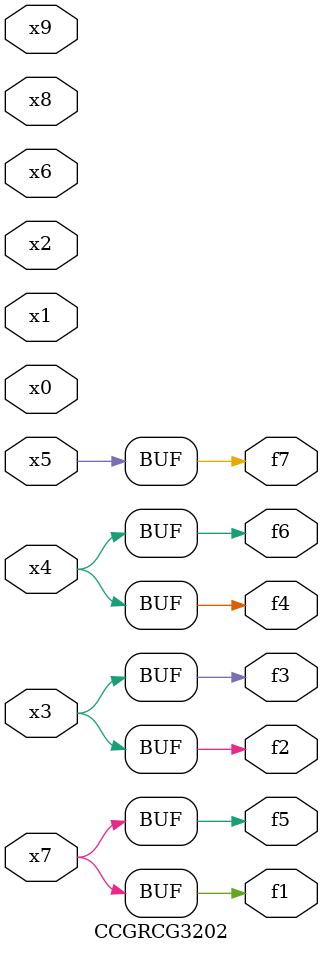
<source format=v>
module CCGRCG3202(
	input x0, x1, x2, x3, x4, x5, x6, x7, x8, x9,
	output f1, f2, f3, f4, f5, f6, f7
);
	assign f1 = x7;
	assign f2 = x3;
	assign f3 = x3;
	assign f4 = x4;
	assign f5 = x7;
	assign f6 = x4;
	assign f7 = x5;
endmodule

</source>
